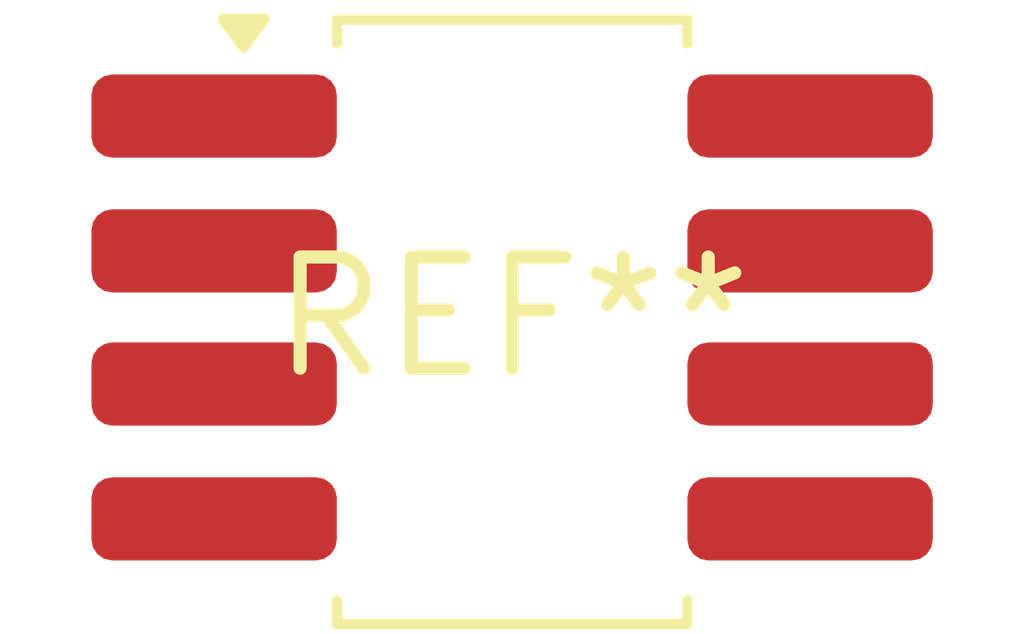
<source format=kicad_pcb>
(kicad_pcb (version 20240108) (generator pcbnew)
  (layers (0 "F.Cu" signal) (31 "B.Cu" signal) (34 "B.Paste" user) (35 "F.Paste" user) (36 "B.SilkS" user "B.Silkscreen") (37 "F.SilkS" user "F.Silkscreen") (38 "B.Mask" user) (39 "F.Mask" user) (44 "Edge.Cuts" user))
  (net 0 "")
  (footprint "SOT-223-8" (layer "F.Cu") (at 0 0)
    (property "Reference" "REF**")
    (property "Value" "SOT-223-8")
    (fp_line (start -2 -3.4) (end 2 -3.4) (layer "F.SilkS") (stroke (width 0.12)))
    (fp_line (start -2 -3.13) (end -2 -3.4) (layer "F.SilkS") (stroke (width 0.12)))
    (fp_line (start -2 3.23) (end -2 3.5) (layer "F.SilkS") (stroke (width 0.12)))
    (fp_line (start 2 -3.13) (end 2 -3.4) (layer "F.SilkS") (stroke (width 0.12)))
    (fp_line (start 2 3.23) (end 2 3.5) (layer "F.SilkS") (stroke (width 0.12)))
    (fp_line (start 2 3.5) (end -2 3.5) (layer "F.SilkS") (stroke (width 0.12)))
    (fp_poly (pts (xy -3.0625 -3.08) (xy -3.3025 -3.41) (xy -2.8225 -3.41) (xy -3.0625 -3.08)) (layer "F.SilkS") (stroke (width 0.12)) (fill solid))
    (pad "1" smd roundrect (at -3.4 -2.3) (size 2.8 0.95) (layers "F.Cu" "F.Paste" "F.Mask"))
    (pad "2" smd roundrect (at -3.4 -0.76) (size 2.8 0.95) (layers "F.Cu" "F.Paste" "F.Mask"))
    (pad "3" smd roundrect (at -3.4 0.76) (size 2.8 0.95) (layers "F.Cu" "F.Paste" "F.Mask"))
    (pad "4" smd roundrect (at -3.4 2.3) (size 2.8 0.95) (layers "F.Cu" "F.Paste" "F.Mask"))
    (pad "5" smd roundrect (at 3.4 2.3) (size 2.8 0.95) (layers "F.Cu" "F.Paste" "F.Mask"))
    (pad "6" smd roundrect (at 3.4 0.76) (size 2.8 0.95) (layers "F.Cu" "F.Paste" "F.Mask"))
    (pad "7" smd roundrect (at 3.4 -0.76) (size 2.8 0.95) (layers "F.Cu" "F.Paste" "F.Mask"))
    (pad "8" smd roundrect (at 3.4 -2.3) (size 2.8 0.95) (layers "F.Cu" "F.Paste" "F.Mask"))
  )
)
</source>
